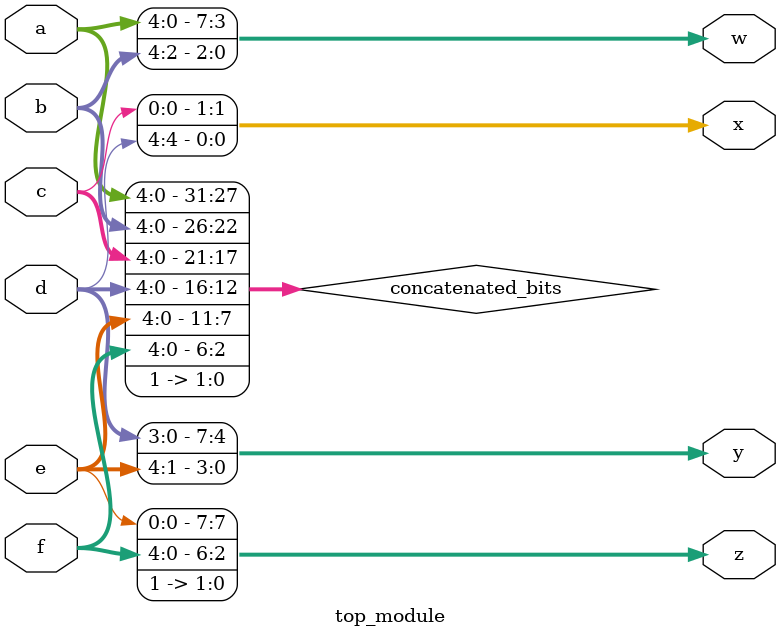
<source format=sv>
module top_module (
    input [4:0] a,
    input [4:0] b,
    input [4:0] c,
    input [4:0] d,
    input [4:0] e,
    input [4:0] f,
    output [7:0] w,
    output [7:8] x,
    output [7:0] y,
    output [7:0] z
);
    // Concatenate the inputs and append two 1 bits
    wire [31:0] concatenated_bits = {a, b, c, d, e, f, 2'b11};
    
    assign w = concatenated_bits[31:24];
    assign x = concatenated_bits[23:16];
    assign y = concatenated_bits[15:8];
    assign z = concatenated_bits[7:0];

endmodule

</source>
